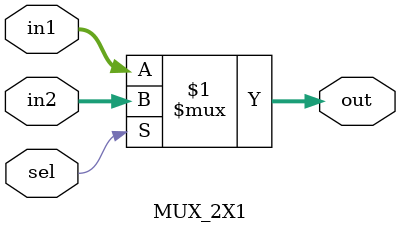
<source format=v>
`timescale 1ns / 1ps


module MUX_2X1#(parameter width=32)(
    input sel,
    input [width-1:0] in1,
    input [width-1:0] in2,
    output [width-1:0] out
    );
    
    assign out=(sel)? in2:in1;
endmodule

</source>
